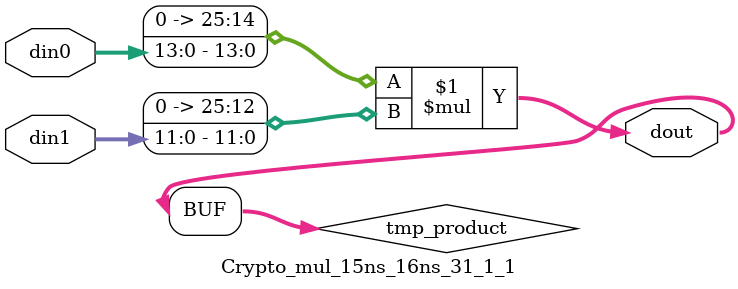
<source format=v>

`timescale 1 ns / 1 ps

  module Crypto_mul_15ns_16ns_31_1_1(din0, din1, dout);
parameter ID = 1;
parameter NUM_STAGE = 0;
parameter din0_WIDTH = 14;
parameter din1_WIDTH = 12;
parameter dout_WIDTH = 26;

input [din0_WIDTH - 1 : 0] din0; 
input [din1_WIDTH - 1 : 0] din1; 
output [dout_WIDTH - 1 : 0] dout;

wire signed [dout_WIDTH - 1 : 0] tmp_product;










assign tmp_product = $signed({1'b0, din0}) * $signed({1'b0, din1});











assign dout = tmp_product;







endmodule

</source>
